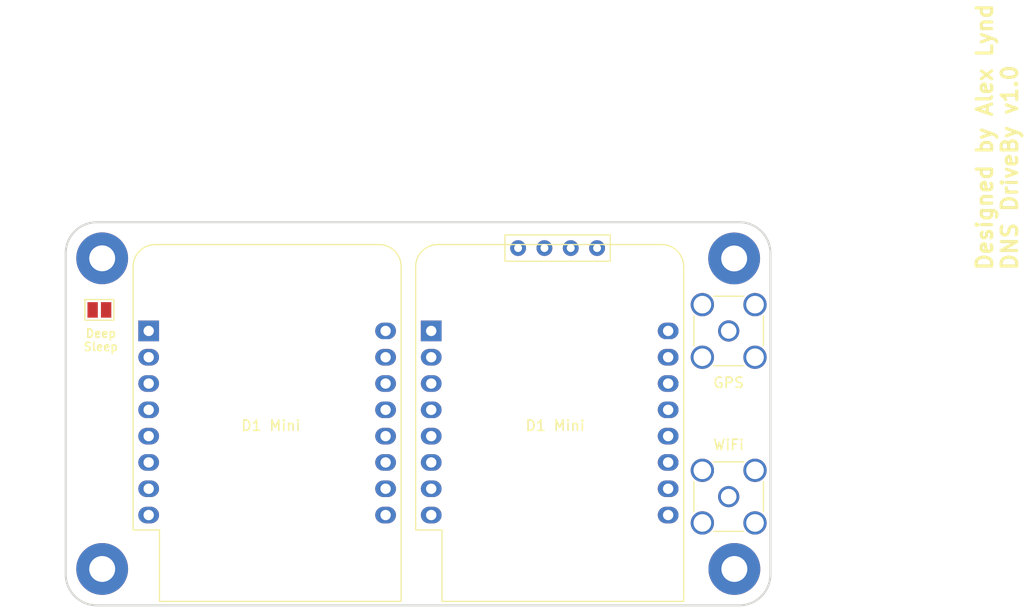
<source format=kicad_pcb>
(kicad_pcb (version 20211014) (generator pcbnew)
  (layers (0 "F.Cu" signal) (31 "B.Cu" signal) (34 "B.Paste" user) (35 "F.Paste" user) (36 "B.SilkS" user "B.Silkscreen") (37 "F.SilkS" user "F.Silkscreen") (38 "B.Mask" user) (39 "F.Mask" user) (44 "Edge.Cuts" user))
  (net 0 "")
  (net 1 "D0")
  (net 2 "A0")
  (net 3 "D5")
  (net 4 "D6")
  (net 5 "D7")
  (net 6 "D8")
  (net 7 "+3V3")
  (net 8 "5V")
  (net 9 "GND")
  (net 10 "D4")
  (net 11 "D3")
  (net 12 "D2")
  (net 13 "D1")
  (net 14 "RX")
  (net 15 "TX")
  (net 16 "RST")
  (footprint "MountingHole:MountingHole_2.5mm_Pad" (layer "F.Cu") (at -30.5 -15)
    (fp_text reference "REF**" hide)
    (fp_text value "MountingHole_2.5mm_Pad")
    (pad "1" thru_hole circle (at 0.02 -0.014) (size 5 5) (drill 2.5) (layers *.Cu *.Mask))
  )
  (footprint "MountingHole:MountingHole_2.5mm_Pad" (layer "F.Cu") (at 30.48 -14.986)
    (fp_text reference "REF**" hide)
    (fp_text value "MountingHole_2.5mm_Pad")
    (pad "1" thru_hole circle (at 0.02 -0.014) (size 5 5) (drill 2.5) (layers *.Cu *.Mask))
  )
  (footprint "MountingHole:MountingHole_2.5mm_Pad" (layer "F.Cu") (at -30.5 15)
    (fp_text reference "REF**" hide)
    (fp_text value "MountingHole_2.5mm_Pad")
    (pad "1" thru_hole circle (at 0.02 -0.014) (size 5 5) (drill 2.5) (layers *.Cu *.Mask))
  )
  (footprint "Jumper:SolderJumper-2_P1.3mm_Open_Pad1.0x1.5mm" (layer "F.Cu") (at -30.749 -10.033 180)
    (fp_text reference "JP1" hide)
    (fp_text value "Deep Sleep" hide)
    (fp_line (start -1.4 1) (end -1.4 -1) (layer "F.SilkS") (width 0.12))
    (fp_line (start 1.4 -1) (end 1.4 1) (layer "F.SilkS") (width 0.12))
    (fp_line (start -1.4 -1) (end 1.4 -1) (layer "F.SilkS") (width 0.12))
    (fp_line (start 1.4 1) (end -1.4 1) (layer "F.SilkS") (width 0.12))
    (pad "1" smd rect (at -0.65 0 180) (size 1 1.5) (layers "F.Cu" "F.Mask") (net 1 "D0"))
    (pad "2" smd rect (at 0.65 0 180) (size 1 1.5) (layers "F.Cu" "F.Mask") (net 16 "RST"))
  )
  (footprint "Module:WEMOS_D1_mini_light" (layer "F.Cu") (at -25.993 -8.001)
    (fp_text reference "U2" hide)
    (fp_text value "D1 Mini" (at 11.792 9.144) (layer "F.SilkS"))
    (fp_line (start 1.04 19.22) (end 1.04 26.12) (layer "F.SilkS") (width 0.12))
    (fp_line (start 22.24 -8.34) (end 0.63 -8.34) (layer "F.SilkS") (width 0.12))
    (fp_line (start -1.5 19.22) (end 1.04 19.22) (layer "F.SilkS") (width 0.12))
    (fp_line (start 1.04 26.12) (end 24.36 26.12) (layer "F.SilkS") (width 0.12))
    (fp_line (start 24.36 26.12) (end 24.36 -6.21) (layer "F.SilkS") (width 0.12))
    (fp_line (start -1.5 19.22) (end -1.5 -6.21) (layer "F.SilkS") (width 0.12))
    (fp_arc (start -1.5 -6.21) (mid -0.876137 -7.716137) (end 0.63 -8.34) (layer "F.SilkS") (width 0.12))
    (fp_arc (start 22.23 -8.34) (mid 23.736137 -7.716137) (end 24.36 -6.21) (layer "F.SilkS") (width 0.12))
    (pad "1" thru_hole rect (at 0 0) (size 2 2) (drill 1) (layers *.Cu *.Mask) (net 16 "RST"))
    (pad "2" thru_hole oval (at 0 2.54) (size 2 1.6) (drill 1) (layers *.Cu *.Mask) (net 2 "A0"))
    (pad "3" thru_hole oval (at 0 5.08) (size 2 1.6) (drill 1) (layers *.Cu *.Mask) (net 1 "D0"))
    (pad "4" thru_hole oval (at 0 7.62) (size 2 1.6) (drill 1) (layers *.Cu *.Mask) (net 3 "D5"))
    (pad "5" thru_hole oval (at 0 10.16) (size 2 1.6) (drill 1) (layers *.Cu *.Mask) (net 4 "D6"))
    (pad "6" thru_hole oval (at 0 12.7) (size 2 1.6) (drill 1) (layers *.Cu *.Mask) (net 5 "D7"))
    (pad "7" thru_hole oval (at 0 15.24) (size 2 1.6) (drill 1) (layers *.Cu *.Mask) (net 6 "D8"))
    (pad "8" thru_hole oval (at 0 17.78) (size 2 1.6) (drill 1) (layers *.Cu *.Mask) (net 7 "+3V3"))
    (pad "9" thru_hole oval (at 22.86 17.78) (size 2 1.6) (drill 1) (layers *.Cu *.Mask) (net 8 "5V"))
    (pad "10" thru_hole oval (at 22.86 15.24) (size 2 1.6) (drill 1) (layers *.Cu *.Mask) (net 9 "GND"))
    (pad "11" thru_hole oval (at 22.86 12.7) (size 2 1.6) (drill 1) (layers *.Cu *.Mask) (net 10 "D4"))
    (pad "12" thru_hole oval (at 22.86 10.16) (size 2 1.6) (drill 1) (layers *.Cu *.Mask) (net 11 "D3"))
    (pad "13" thru_hole oval (at 22.86 7.62) (size 2 1.6) (drill 1) (layers *.Cu *.Mask) (net 12 "D2"))
    (pad "14" thru_hole oval (at 22.86 5.08) (size 2 1.6) (drill 1) (layers *.Cu *.Mask) (net 13 "D1"))
    (pad "15" thru_hole oval (at 22.86 2.54) (size 2 1.6) (drill 1) (layers *.Cu *.Mask) (net 14 "RX"))
    (pad "16" thru_hole oval (at 22.86 0) (size 2 1.6) (drill 1) (layers *.Cu *.Mask) (net 15 "TX"))
  )
  (footprint "Connector_Coaxial:SMA_Amphenol_901-144_Vertical" (layer "F.Cu") (at 29.972 8 180)
    (fp_text reference "REF**" hide)
    (fp_text value "WiFi" (at 0 5) (layer "F.SilkS"))
    (fp_line (start -1.45 -3.355) (end 1.45 -3.355) (layer "F.SilkS") (width 0.12))
    (fp_line (start -3.355 -1.45) (end -3.355 1.45) (layer "F.SilkS") (width 0.12))
    (fp_line (start -1.45 3.355) (end 1.45 3.355) (layer "F.SilkS") (width 0.12))
    (fp_line (start 3.355 -1.45) (end 3.355 1.45) (layer "F.SilkS") (width 0.12))
    (pad "1" thru_hole circle (at 0 0 180) (size 2.05 2.05) (drill 1.5) (layers *.Cu *.Mask))
    (pad "2" thru_hole circle (at -2.54 2.54 180) (size 2.25 2.25) (drill 1.7) (layers *.Cu *.Mask))
    (pad "2" thru_hole circle (at -2.54 -2.54 180) (size 2.25 2.25) (drill 1.7) (layers *.Cu *.Mask))
    (pad "2" thru_hole circle (at 2.54 -2.54 180) (size 2.25 2.25) (drill 1.7) (layers *.Cu *.Mask))
    (pad "2" thru_hole circle (at 2.54 2.54 180) (size 2.25 2.25) (drill 1.7) (layers *.Cu *.Mask))
  )
  (footprint "HakCat:NEO-6M GPS" (layer "F.Cu") (at 13.462 -0.762 90)
    (fp_text reference "U3" hide)
    (fp_text value "NEO-6M_GPS")
    (fp_rect (start 13.97 -5.08) (end 16.51 5.08) (layer "F.SilkS") (width 0.12) (fill none))
    (pad "1" thru_hole circle (at 15.24 3.81 90) (size 1.524 1.524) (drill 0.762) (layers *.Cu *.Mask) (net 7 "+3V3"))
    (pad "2" thru_hole circle (at 15.24 1.27 90) (size 1.524 1.524) (drill 0.762) (layers *.Cu *.Mask) (net 11 "D3"))
    (pad "3" thru_hole circle (at 15.24 -1.27 90) (size 1.524 1.524) (drill 0.762) (layers *.Cu *.Mask) (net 10 "D4"))
    (pad "4" thru_hole circle (at 15.24 -3.81 90) (size 1.524 1.524) (drill 0.762) (layers *.Cu *.Mask) (net 9 "GND"))
  )
  (footprint "Module:WEMOS_D1_mini_light" (layer "F.Cu") (at 1.27 -8.001)
    (fp_text reference "U1" hide)
    (fp_text value "D1 Mini" (at 11.961 9.144) (layer "F.SilkS"))
    (fp_line (start 24.36 26.12) (end 24.36 -6.21) (layer "F.SilkS") (width 0.12))
    (fp_line (start 1.04 19.22) (end 1.04 26.12) (layer "F.SilkS") (width 0.12))
    (fp_line (start -1.5 19.22) (end -1.5 -6.21) (layer "F.SilkS") (width 0.12))
    (fp_line (start 22.24 -8.34) (end 0.63 -8.34) (layer "F.SilkS") (width 0.12))
    (fp_line (start -1.5 19.22) (end 1.04 19.22) (layer "F.SilkS") (width 0.12))
    (fp_line (start 1.04 26.12) (end 24.36 26.12) (layer "F.SilkS") (width 0.12))
    (fp_arc (start 22.23 -8.34) (mid 23.736137 -7.716137) (end 24.36 -6.21) (layer "F.SilkS") (width 0.12))
    (fp_arc (start -1.5 -6.21) (mid -0.876137 -7.716137) (end 0.63 -8.34) (layer "F.SilkS") (width 0.12))
    (pad "1" thru_hole rect (at 0 0) (size 2 2) (drill 1) (layers *.Cu *.Mask) (net 16 "RST"))
    (pad "2" thru_hole oval (at 0 2.54) (size 2 1.6) (drill 1) (layers *.Cu *.Mask) (net 2 "A0"))
    (pad "3" thru_hole oval (at 0 5.08) (size 2 1.6) (drill 1) (layers *.Cu *.Mask) (net 1 "D0"))
    (pad "4" thru_hole oval (at 0 7.62) (size 2 1.6) (drill 1) (layers *.Cu *.Mask) (net 3 "D5"))
    (pad "5" thru_hole oval (at 0 10.16) (size 2 1.6) (drill 1) (layers *.Cu *.Mask) (net 4 "D6"))
    (pad "6" thru_hole oval (at 0 12.7) (size 2 1.6) (drill 1) (layers *.Cu *.Mask) (net 5 "D7"))
    (pad "7" thru_hole oval (at 0 15.24) (size 2 1.6) (drill 1) (layers *.Cu *.Mask) (net 6 "D8"))
    (pad "8" thru_hole oval (at 0 17.78) (size 2 1.6) (drill 1) (layers *.Cu *.Mask) (net 7 "+3V3"))
    (pad "9" thru_hole oval (at 22.86 17.78) (size 2 1.6) (drill 1) (layers *.Cu *.Mask) (net 8 "5V"))
    (pad "10" thru_hole oval (at 22.86 15.24) (size 2 1.6) (drill 1) (layers *.Cu *.Mask) (net 9 "GND"))
    (pad "11" thru_hole oval (at 22.86 12.7) (size 2 1.6) (drill 1) (layers *.Cu *.Mask) (net 10 "D4"))
    (pad "12" thru_hole oval (at 22.86 10.16) (size 2 1.6) (drill 1) (layers *.Cu *.Mask) (net 11 "D3"))
    (pad "13" thru_hole oval (at 22.86 7.62) (size 2 1.6) (drill 1) (layers *.Cu *.Mask) (net 12 "D2"))
    (pad "14" thru_hole oval (at 22.86 5.08) (size 2 1.6) (drill 1) (layers *.Cu *.Mask) (net 13 "D1"))
    (pad "15" thru_hole oval (at 22.86 2.54) (size 2 1.6) (drill 1) (layers *.Cu *.Mask) (net 14 "RX"))
    (pad "16" thru_hole oval (at 22.86 0) (size 2 1.6) (drill 1) (layers *.Cu *.Mask) (net 15 "TX"))
  )
  (footprint "Connector_Coaxial:SMA_Amphenol_901-144_Vertical" (layer "F.Cu") (at 29.972 -8)
    (fp_text reference "REF**" hide)
    (fp_text value "GPS" (at 0 5) (layer "F.SilkS"))
    (fp_line (start -1.45 -3.355) (end 1.45 -3.355) (layer "F.SilkS") (width 0.12))
    (fp_line (start -3.355 -1.45) (end -3.355 1.45) (layer "F.SilkS") (width 0.12))
    (fp_line (start -1.45 3.355) (end 1.45 3.355) (layer "F.SilkS") (width 0.12))
    (fp_line (start 3.355 -1.45) (end 3.355 1.45) (layer "F.SilkS") (width 0.12))
    (pad "1" thru_hole circle (at 0 0) (size 2.05 2.05) (drill 1.5) (layers *.Cu *.Mask))
    (pad "2" thru_hole circle (at -2.54 2.54) (size 2.25 2.25) (drill 1.7) (layers *.Cu *.Mask))
    (pad "2" thru_hole circle (at -2.54 -2.54) (size 2.25 2.25) (drill 1.7) (layers *.Cu *.Mask))
    (pad "2" thru_hole circle (at 2.54 -2.54) (size 2.25 2.25) (drill 1.7) (layers *.Cu *.Mask))
    (pad "2" thru_hole circle (at 2.54 2.54) (size 2.25 2.25) (drill 1.7) (layers *.Cu *.Mask))
  )
  (footprint "MountingHole:MountingHole_2.5mm_Pad" (layer "F.Cu") (at 30.5 15)
    (fp_text reference "REF**" hide)
    (fp_text value "MountingHole_2.5mm_Pad")
    (pad "1" thru_hole circle (at 0.02 -0.014) (size 5 5) (drill 2.5) (layers *.Cu *.Mask))
  )
  (gr_arc (start -31 18.5) (mid -33.12132 17.62132) (end -34 15.5) (layer "Edge.Cuts") (width 0.2))
  (gr_line (start 31 18.5) (end -31 18.5) (layer "Edge.Cuts") (width 0.2))
  (gr_arc (start 34 15.5) (mid 33.12132 17.62132) (end 31 18.5) (layer "Edge.Cuts") (width 0.2))
  (gr_line (start -31 -18.5) (end 31 -18.5) (layer "Edge.Cuts") (width 0.2))
  (gr_line (start -34 15.5) (end -34 -15.5) (layer "Edge.Cuts") (width 0.2))
  (gr_arc (start 31 -18.5) (mid 33.12132 -17.62132) (end 34 -15.5) (layer "Edge.Cuts") (width 0.2))
  (gr_line (start 34 -15.5) (end 34 15.5) (layer "Edge.Cuts") (width 0.2))
  (gr_arc (start -34 -15.5) (mid -33.12132 -17.62132) (end -31 -18.5) (layer "Edge.Cuts") (width 0.2))
  (gr_text "Designed by Alex Lynd\nDNS DriveBy v1.0" (at 55.88 -13.716 90) (layer "F.SilkS") (effects (font (size 1.5 1.5) (thickness 0.3)) (justify left)))
  (gr_text "Deep\nSleep" (at -30.607 -7.112) (layer "F.SilkS") (effects (font (size 0.8 0.8))))
)
</source>
